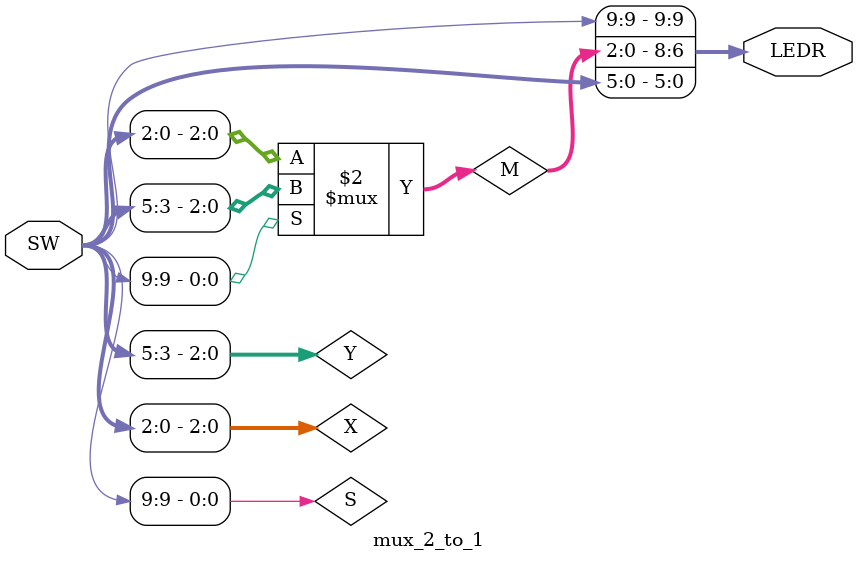
<source format=v>
module mux_2_to_1(SW, LEDR);   //Create module mux_2_to_1
    input   [9:0] SW;          //Input Declarations:10 slides switches
    output  [9:0] LEDR;        //Output Declarations:10 red LED lights

    wire S;                    //Declare The Selected signal
    wire [2:0] X,Y,M;          //Declare inputs and outputs to the MUX 

    assign S=SW[9];            //Assign input SW to internal signals
    assign X=SW[2:0];
    assign Y=SW[5:3];

    assign LEDR[8:6]=M;        //Assign internal signal to output LEDs
    assign LEDR[9]=SW[9];
    assign LEDR[2:0]=SW[2:0];
    assign LEDR[5:3]=SW[5:3];

    assign M=(S==0) ? X:Y;     //MUXSelect Function
endmodule

</source>
